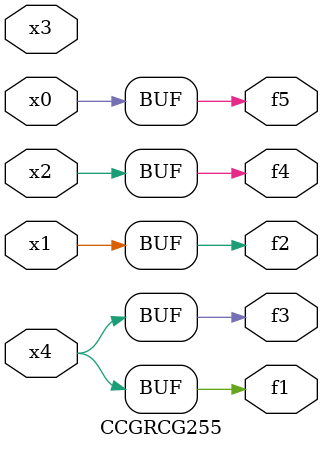
<source format=v>
module CCGRCG255(
	input x0, x1, x2, x3, x4,
	output f1, f2, f3, f4, f5
);
	assign f1 = x4;
	assign f2 = x1;
	assign f3 = x4;
	assign f4 = x2;
	assign f5 = x0;
endmodule

</source>
